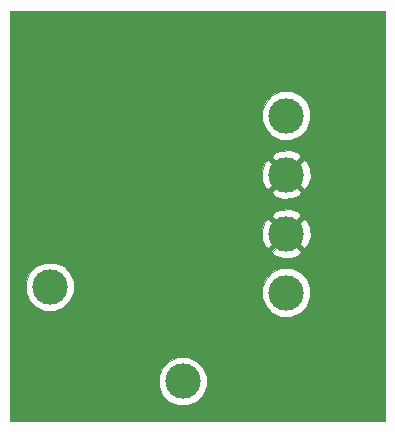
<source format=gbr>
G04 #@! TF.GenerationSoftware,KiCad,Pcbnew,5.0.1*
G04 #@! TF.CreationDate,2019-02-25T23:01:50+01:00*
G04 #@! TF.ProjectId,MCP1642 Eval Board,4D435031363432204576616C20426F61,rev?*
G04 #@! TF.SameCoordinates,Original*
G04 #@! TF.FileFunction,Copper,L2,Bot,Signal*
G04 #@! TF.FilePolarity,Positive*
%FSLAX46Y46*%
G04 Gerber Fmt 4.6, Leading zero omitted, Abs format (unit mm)*
G04 Created by KiCad (PCBNEW 5.0.1) date Mon 25 Feb 2019 11:01:50 PM CET*
%MOMM*%
%LPD*%
G01*
G04 APERTURE LIST*
G04 #@! TA.AperFunction,ComponentPad*
%ADD10C,6.400000*%
G04 #@! TD*
G04 #@! TA.AperFunction,ComponentPad*
%ADD11C,3.000000*%
G04 #@! TD*
G04 #@! TA.AperFunction,ViaPad*
%ADD12C,0.800000*%
G04 #@! TD*
G04 #@! TA.AperFunction,Conductor*
%ADD13C,0.100000*%
G04 #@! TD*
G04 APERTURE END LIST*
D10*
G04 #@! TO.P,H1,1*
G04 #@! TO.N,GND*
X153500000Y-77500000D03*
G04 #@! TD*
G04 #@! TO.P,H2,1*
G04 #@! TO.N,GND*
X153500000Y-104500000D03*
G04 #@! TD*
G04 #@! TO.P,H3,1*
G04 #@! TO.N,GND*
X129500000Y-104500000D03*
G04 #@! TD*
G04 #@! TO.P,H4,1*
G04 #@! TO.N,GND*
X129500000Y-77500000D03*
G04 #@! TD*
D11*
G04 #@! TO.P,J6,1*
G04 #@! TO.N,/PG*
X140250000Y-105000000D03*
G04 #@! TD*
G04 #@! TO.P,J5,1*
G04 #@! TO.N,GND*
X149000000Y-87500000D03*
G04 #@! TD*
G04 #@! TO.P,J4,1*
G04 #@! TO.N,/VOUT*
X149000000Y-97500000D03*
G04 #@! TD*
G04 #@! TO.P,J3,1*
G04 #@! TO.N,/EN*
X129000000Y-97000000D03*
G04 #@! TD*
G04 #@! TO.P,J2,1*
G04 #@! TO.N,GND*
X149000000Y-92500000D03*
G04 #@! TD*
G04 #@! TO.P,J1,1*
G04 #@! TO.N,/VIN*
X149000000Y-82500000D03*
G04 #@! TD*
D12*
G04 #@! TO.N,GND*
X135250000Y-94500000D03*
X137250000Y-94500000D03*
X136250000Y-94500000D03*
X136300000Y-98300000D03*
X138750000Y-93750000D03*
X139750000Y-93750000D03*
X140750000Y-93750000D03*
X141750000Y-93750000D03*
G04 #@! TD*
D13*
G04 #@! TO.N,GND*
G36*
X157375001Y-108375000D02*
X125625000Y-108375000D01*
X125625000Y-104592230D01*
X138200000Y-104592230D01*
X138200000Y-105407770D01*
X138512094Y-106161232D01*
X139088768Y-106737906D01*
X139842230Y-107050000D01*
X140657770Y-107050000D01*
X141411232Y-106737906D01*
X141987906Y-106161232D01*
X142300000Y-105407770D01*
X142300000Y-104592230D01*
X141987906Y-103838768D01*
X141411232Y-103262094D01*
X140657770Y-102950000D01*
X139842230Y-102950000D01*
X139088768Y-103262094D01*
X138512094Y-103838768D01*
X138200000Y-104592230D01*
X125625000Y-104592230D01*
X125625000Y-96592230D01*
X126950000Y-96592230D01*
X126950000Y-97407770D01*
X127262094Y-98161232D01*
X127838768Y-98737906D01*
X128592230Y-99050000D01*
X129407770Y-99050000D01*
X130161232Y-98737906D01*
X130737906Y-98161232D01*
X131050000Y-97407770D01*
X131050000Y-97092230D01*
X146950000Y-97092230D01*
X146950000Y-97907770D01*
X147262094Y-98661232D01*
X147838768Y-99237906D01*
X148592230Y-99550000D01*
X149407770Y-99550000D01*
X150161232Y-99237906D01*
X150737906Y-98661232D01*
X151050000Y-97907770D01*
X151050000Y-97092230D01*
X150737906Y-96338768D01*
X150161232Y-95762094D01*
X149407770Y-95450000D01*
X148592230Y-95450000D01*
X147838768Y-95762094D01*
X147262094Y-96338768D01*
X146950000Y-97092230D01*
X131050000Y-97092230D01*
X131050000Y-96592230D01*
X130737906Y-95838768D01*
X130161232Y-95262094D01*
X129407770Y-94950000D01*
X128592230Y-94950000D01*
X127838768Y-95262094D01*
X127262094Y-95838768D01*
X126950000Y-96592230D01*
X125625000Y-96592230D01*
X125625000Y-94014901D01*
X147767942Y-94014901D01*
X147938875Y-94300775D01*
X148708775Y-94569774D01*
X149523011Y-94523670D01*
X150061125Y-94300775D01*
X150232058Y-94014901D01*
X149000000Y-92782843D01*
X147767942Y-94014901D01*
X125625000Y-94014901D01*
X125625000Y-92208775D01*
X146930226Y-92208775D01*
X146976330Y-93023011D01*
X147199225Y-93561125D01*
X147485099Y-93732058D01*
X148717157Y-92500000D01*
X149282843Y-92500000D01*
X150514901Y-93732058D01*
X150800775Y-93561125D01*
X151069774Y-92791225D01*
X151023670Y-91976989D01*
X150800775Y-91438875D01*
X150514901Y-91267942D01*
X149282843Y-92500000D01*
X148717157Y-92500000D01*
X147485099Y-91267942D01*
X147199225Y-91438875D01*
X146930226Y-92208775D01*
X125625000Y-92208775D01*
X125625000Y-90985099D01*
X147767942Y-90985099D01*
X149000000Y-92217157D01*
X150232058Y-90985099D01*
X150061125Y-90699225D01*
X149291225Y-90430226D01*
X148476989Y-90476330D01*
X147938875Y-90699225D01*
X147767942Y-90985099D01*
X125625000Y-90985099D01*
X125625000Y-89014901D01*
X147767942Y-89014901D01*
X147938875Y-89300775D01*
X148708775Y-89569774D01*
X149523011Y-89523670D01*
X150061125Y-89300775D01*
X150232058Y-89014901D01*
X149000000Y-87782843D01*
X147767942Y-89014901D01*
X125625000Y-89014901D01*
X125625000Y-87208775D01*
X146930226Y-87208775D01*
X146976330Y-88023011D01*
X147199225Y-88561125D01*
X147485099Y-88732058D01*
X148717157Y-87500000D01*
X149282843Y-87500000D01*
X150514901Y-88732058D01*
X150800775Y-88561125D01*
X151069774Y-87791225D01*
X151023670Y-86976989D01*
X150800775Y-86438875D01*
X150514901Y-86267942D01*
X149282843Y-87500000D01*
X148717157Y-87500000D01*
X147485099Y-86267942D01*
X147199225Y-86438875D01*
X146930226Y-87208775D01*
X125625000Y-87208775D01*
X125625000Y-85985099D01*
X147767942Y-85985099D01*
X149000000Y-87217157D01*
X150232058Y-85985099D01*
X150061125Y-85699225D01*
X149291225Y-85430226D01*
X148476989Y-85476330D01*
X147938875Y-85699225D01*
X147767942Y-85985099D01*
X125625000Y-85985099D01*
X125625000Y-82092230D01*
X146950000Y-82092230D01*
X146950000Y-82907770D01*
X147262094Y-83661232D01*
X147838768Y-84237906D01*
X148592230Y-84550000D01*
X149407770Y-84550000D01*
X150161232Y-84237906D01*
X150737906Y-83661232D01*
X151050000Y-82907770D01*
X151050000Y-82092230D01*
X150737906Y-81338768D01*
X150161232Y-80762094D01*
X149407770Y-80450000D01*
X148592230Y-80450000D01*
X147838768Y-80762094D01*
X147262094Y-81338768D01*
X146950000Y-82092230D01*
X125625000Y-82092230D01*
X125625000Y-73625000D01*
X157375000Y-73625000D01*
X157375001Y-108375000D01*
X157375001Y-108375000D01*
G37*
X157375001Y-108375000D02*
X125625000Y-108375000D01*
X125625000Y-104592230D01*
X138200000Y-104592230D01*
X138200000Y-105407770D01*
X138512094Y-106161232D01*
X139088768Y-106737906D01*
X139842230Y-107050000D01*
X140657770Y-107050000D01*
X141411232Y-106737906D01*
X141987906Y-106161232D01*
X142300000Y-105407770D01*
X142300000Y-104592230D01*
X141987906Y-103838768D01*
X141411232Y-103262094D01*
X140657770Y-102950000D01*
X139842230Y-102950000D01*
X139088768Y-103262094D01*
X138512094Y-103838768D01*
X138200000Y-104592230D01*
X125625000Y-104592230D01*
X125625000Y-96592230D01*
X126950000Y-96592230D01*
X126950000Y-97407770D01*
X127262094Y-98161232D01*
X127838768Y-98737906D01*
X128592230Y-99050000D01*
X129407770Y-99050000D01*
X130161232Y-98737906D01*
X130737906Y-98161232D01*
X131050000Y-97407770D01*
X131050000Y-97092230D01*
X146950000Y-97092230D01*
X146950000Y-97907770D01*
X147262094Y-98661232D01*
X147838768Y-99237906D01*
X148592230Y-99550000D01*
X149407770Y-99550000D01*
X150161232Y-99237906D01*
X150737906Y-98661232D01*
X151050000Y-97907770D01*
X151050000Y-97092230D01*
X150737906Y-96338768D01*
X150161232Y-95762094D01*
X149407770Y-95450000D01*
X148592230Y-95450000D01*
X147838768Y-95762094D01*
X147262094Y-96338768D01*
X146950000Y-97092230D01*
X131050000Y-97092230D01*
X131050000Y-96592230D01*
X130737906Y-95838768D01*
X130161232Y-95262094D01*
X129407770Y-94950000D01*
X128592230Y-94950000D01*
X127838768Y-95262094D01*
X127262094Y-95838768D01*
X126950000Y-96592230D01*
X125625000Y-96592230D01*
X125625000Y-94014901D01*
X147767942Y-94014901D01*
X147938875Y-94300775D01*
X148708775Y-94569774D01*
X149523011Y-94523670D01*
X150061125Y-94300775D01*
X150232058Y-94014901D01*
X149000000Y-92782843D01*
X147767942Y-94014901D01*
X125625000Y-94014901D01*
X125625000Y-92208775D01*
X146930226Y-92208775D01*
X146976330Y-93023011D01*
X147199225Y-93561125D01*
X147485099Y-93732058D01*
X148717157Y-92500000D01*
X149282843Y-92500000D01*
X150514901Y-93732058D01*
X150800775Y-93561125D01*
X151069774Y-92791225D01*
X151023670Y-91976989D01*
X150800775Y-91438875D01*
X150514901Y-91267942D01*
X149282843Y-92500000D01*
X148717157Y-92500000D01*
X147485099Y-91267942D01*
X147199225Y-91438875D01*
X146930226Y-92208775D01*
X125625000Y-92208775D01*
X125625000Y-90985099D01*
X147767942Y-90985099D01*
X149000000Y-92217157D01*
X150232058Y-90985099D01*
X150061125Y-90699225D01*
X149291225Y-90430226D01*
X148476989Y-90476330D01*
X147938875Y-90699225D01*
X147767942Y-90985099D01*
X125625000Y-90985099D01*
X125625000Y-89014901D01*
X147767942Y-89014901D01*
X147938875Y-89300775D01*
X148708775Y-89569774D01*
X149523011Y-89523670D01*
X150061125Y-89300775D01*
X150232058Y-89014901D01*
X149000000Y-87782843D01*
X147767942Y-89014901D01*
X125625000Y-89014901D01*
X125625000Y-87208775D01*
X146930226Y-87208775D01*
X146976330Y-88023011D01*
X147199225Y-88561125D01*
X147485099Y-88732058D01*
X148717157Y-87500000D01*
X149282843Y-87500000D01*
X150514901Y-88732058D01*
X150800775Y-88561125D01*
X151069774Y-87791225D01*
X151023670Y-86976989D01*
X150800775Y-86438875D01*
X150514901Y-86267942D01*
X149282843Y-87500000D01*
X148717157Y-87500000D01*
X147485099Y-86267942D01*
X147199225Y-86438875D01*
X146930226Y-87208775D01*
X125625000Y-87208775D01*
X125625000Y-85985099D01*
X147767942Y-85985099D01*
X149000000Y-87217157D01*
X150232058Y-85985099D01*
X150061125Y-85699225D01*
X149291225Y-85430226D01*
X148476989Y-85476330D01*
X147938875Y-85699225D01*
X147767942Y-85985099D01*
X125625000Y-85985099D01*
X125625000Y-82092230D01*
X146950000Y-82092230D01*
X146950000Y-82907770D01*
X147262094Y-83661232D01*
X147838768Y-84237906D01*
X148592230Y-84550000D01*
X149407770Y-84550000D01*
X150161232Y-84237906D01*
X150737906Y-83661232D01*
X151050000Y-82907770D01*
X151050000Y-82092230D01*
X150737906Y-81338768D01*
X150161232Y-80762094D01*
X149407770Y-80450000D01*
X148592230Y-80450000D01*
X147838768Y-80762094D01*
X147262094Y-81338768D01*
X146950000Y-82092230D01*
X125625000Y-82092230D01*
X125625000Y-73625000D01*
X157375000Y-73625000D01*
X157375001Y-108375000D01*
G04 #@! TD*
M02*

</source>
